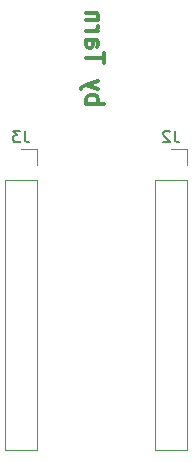
<source format=gbr>
%TF.GenerationSoftware,KiCad,Pcbnew,6.0.11+dfsg-1~bpo11+1*%
%TF.CreationDate,2024-04-18T21:43:09+09:00*%
%TF.ProjectId,pcb-devboard,7063622d-6465-4766-926f-6172642e6b69,rev?*%
%TF.SameCoordinates,Original*%
%TF.FileFunction,Legend,Bot*%
%TF.FilePolarity,Positive*%
%FSLAX46Y46*%
G04 Gerber Fmt 4.6, Leading zero omitted, Abs format (unit mm)*
G04 Created by KiCad (PCBNEW 6.0.11+dfsg-1~bpo11+1) date 2024-04-18 21:43:09*
%MOMM*%
%LPD*%
G01*
G04 APERTURE LIST*
%ADD10C,0.300000*%
%ADD11C,0.150000*%
%ADD12C,0.120000*%
G04 APERTURE END LIST*
D10*
X112224428Y-106600142D02*
X113724428Y-106600142D01*
X113153000Y-106600142D02*
X113224428Y-106457285D01*
X113224428Y-106171571D01*
X113153000Y-106028714D01*
X113081571Y-105957285D01*
X112938714Y-105885857D01*
X112510142Y-105885857D01*
X112367285Y-105957285D01*
X112295857Y-106028714D01*
X112224428Y-106171571D01*
X112224428Y-106457285D01*
X112295857Y-106600142D01*
X113224428Y-105385857D02*
X112224428Y-105028714D01*
X113224428Y-104671571D02*
X112224428Y-105028714D01*
X111867285Y-105171571D01*
X111795857Y-105243000D01*
X111724428Y-105385857D01*
X113724428Y-103171571D02*
X113724428Y-102314428D01*
X112224428Y-102743000D02*
X113724428Y-102743000D01*
X112224428Y-101171571D02*
X113010142Y-101171571D01*
X113153000Y-101243000D01*
X113224428Y-101385857D01*
X113224428Y-101671571D01*
X113153000Y-101814428D01*
X112295857Y-101171571D02*
X112224428Y-101314428D01*
X112224428Y-101671571D01*
X112295857Y-101814428D01*
X112438714Y-101885857D01*
X112581571Y-101885857D01*
X112724428Y-101814428D01*
X112795857Y-101671571D01*
X112795857Y-101314428D01*
X112867285Y-101171571D01*
X112224428Y-100457285D02*
X113224428Y-100457285D01*
X112938714Y-100457285D02*
X113081571Y-100385857D01*
X113153000Y-100314428D01*
X113224428Y-100171571D01*
X113224428Y-100028714D01*
X113224428Y-99528714D02*
X112224428Y-99528714D01*
X113081571Y-99528714D02*
X113153000Y-99457285D01*
X113224428Y-99314428D01*
X113224428Y-99100142D01*
X113153000Y-98957285D01*
X113010142Y-98885857D01*
X112224428Y-98885857D01*
D11*
%TO.C,J2*%
X119713333Y-108882380D02*
X119713333Y-109596666D01*
X119760952Y-109739523D01*
X119856190Y-109834761D01*
X119999047Y-109882380D01*
X120094285Y-109882380D01*
X119284761Y-108977619D02*
X119237142Y-108930000D01*
X119141904Y-108882380D01*
X118903809Y-108882380D01*
X118808571Y-108930000D01*
X118760952Y-108977619D01*
X118713333Y-109072857D01*
X118713333Y-109168095D01*
X118760952Y-109310952D01*
X119332380Y-109882380D01*
X118713333Y-109882380D01*
%TO.C,J3*%
X107013333Y-108882380D02*
X107013333Y-109596666D01*
X107060952Y-109739523D01*
X107156190Y-109834761D01*
X107299047Y-109882380D01*
X107394285Y-109882380D01*
X106632380Y-108882380D02*
X106013333Y-108882380D01*
X106346666Y-109263333D01*
X106203809Y-109263333D01*
X106108571Y-109310952D01*
X106060952Y-109358571D01*
X106013333Y-109453809D01*
X106013333Y-109691904D01*
X106060952Y-109787142D01*
X106108571Y-109834761D01*
X106203809Y-109882380D01*
X106489523Y-109882380D01*
X106584761Y-109834761D01*
X106632380Y-109787142D01*
D12*
%TO.C,J2*%
X120710000Y-113030000D02*
X118050000Y-113030000D01*
X118050000Y-113030000D02*
X118050000Y-135950000D01*
X120710000Y-113030000D02*
X120710000Y-135950000D01*
X120710000Y-110430000D02*
X119380000Y-110430000D01*
X120710000Y-111760000D02*
X120710000Y-110430000D01*
X120710000Y-135950000D02*
X118050000Y-135950000D01*
%TO.C,J3*%
X108010000Y-110430000D02*
X106680000Y-110430000D01*
X108010000Y-111760000D02*
X108010000Y-110430000D01*
X108010000Y-113030000D02*
X108010000Y-135950000D01*
X108010000Y-135950000D02*
X105350000Y-135950000D01*
X108010000Y-113030000D02*
X105350000Y-113030000D01*
X105350000Y-113030000D02*
X105350000Y-135950000D01*
%TD*%
M02*

</source>
